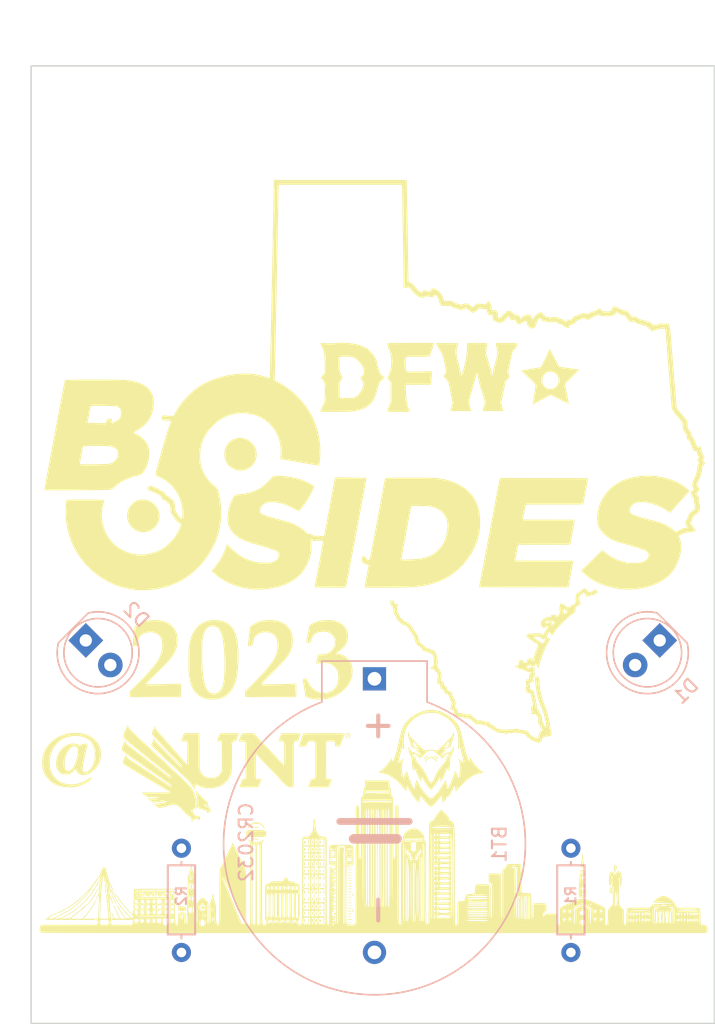
<source format=kicad_pcb>
(kicad_pcb (version 20211014) (generator pcbnew)
  (title_block (title "BSidesDFW_2023_Badge") (date "2023-09-27") (rev "1") (company "Crafted by #alt_bier a.k.. Richard Gowen"))
  (layers (0 "F.Cu" signal) (31 "B.Cu" signal) (34 "B.Paste" user) (35 "F.Paste" user) (36 "B.SilkS" user "B.Silkscreen") (37 "F.SilkS" user "F.Silkscreen") (38 "B.Mask" user) (39 "F.Mask" user) (44 "Edge.Cuts" user))
  (net 0 "")
  (net 1 "Net-(D1-Pad1)")
  (net 2 "Net-(BT1-Pad2)")
  (net 3 "Net-(D2-Pad1)")
  (net 4 "Net-(BT1-Pad1)")
  (footprint "0_local:0_BsidesDFW_bot_fsilk_1" (layer "F.Cu") (at 115 105)
    (fp_text reference "G***")
    (fp_text value "LOGO" hide)
  )
  (footprint "0_local:0_BsidesDFW_top_fsilk_1" (layer "F.Cu") (at 115 105)
    (fp_text reference "G***")
    (fp_text value "LOGO" hide)
  )
  (footprint "0_local:BatteryHolder_CR2032-BS-2-1_Front_backsilk" (layer "F.Cu") (at 115.127 137.8058 180)
    (fp_text reference "BT1" (at -9.144 10.922 90) (layer "B.SilkS") (effects (justify mirror)))
    (fp_text value "Battery_CR2032")
    (fp_text user "-" (at -0.127 6.096 90) (layer "B.SilkS") (effects (font (size 2 2) (thickness 0.3)) (justify mirror)))
    (fp_text user "+" (at -0.127 19.558 90) (layer "B.SilkS") (effects (font (size 2 2) (thickness 0.3)) (justify mirror)))
    (fp_text user "CR2032" (at 9.398 11.049 90) (layer "B.SilkS") (effects (justify mirror)))
    (pad "1" thru_hole rect locked (at 0 23 180) (size 1.7 1.7) (drill 1) (layers *.Cu *.Mask) (net 4 "Net-(BT1-Pad1)"))
    (pad "2" thru_hole circle locked (at 0 3 180) (size 1.7 1.7) (drill 1) (layers *.Cu *.Mask) (net 2 "Net-(BT1-Pad2)"))
  )
  (footprint "0_local:LED_D5.0mm-2_backsilk" (layer "F.Cu") (at 94 112 -45)
    (fp_text reference "D2" (at 1.27 -3.96 -45) (layer "B.SilkS") (effects (justify mirror)))
    (fp_text value "LED_THT_5mm")
    (pad "1" thru_hole rect locked (at 0 0 315) (size 1.8 1.8) (drill 0.9) (layers *.Cu *.Mask) (net 3 "Net-(D2-Pad1)"))
    (pad "2" thru_hole circle locked (at 2.54 0 315) (size 1.8 1.8) (drill 0.9) (layers *.Cu *.Mask) (net 4 "Net-(BT1-Pad1)"))
  )
  (footprint "0_local:R_Axial_DIN0207_L6.3mm_D2.5mm_P7.62mm_Horizontal_backsilk" (layer "F.Cu") (at 129.5 127.19 -90)
    (fp_text reference "R1" (at 3.49 0.01 90) (layer "B.SilkS") (effects (font (size 0.75 0.75)) (justify mirror)))
    (fp_text value "R_Axial_L6.3")
    (pad "1" thru_hole circle locked (at 0 0 270) (size 1.4 1.4) (drill 0.7) (layers *.Cu *.Mask) (net 1 "Net-(D1-Pad1)"))
    (pad "2" thru_hole circle locked (at 7.62 0 270) (size 1.4 1.4) (drill 0.7) (layers *.Cu *.Mask) (net 2 "Net-(BT1-Pad2)"))
  )
  (footprint "0_local:R_Axial_DIN0207_L6.3mm_D2.5mm_P7.62mm_Horizontal_backsilk" (layer "F.Cu") (at 101 127.19 -90)
    (fp_text reference "R2" (at 3.49 0.01 90) (layer "B.SilkS") (effects (font (size 0.75 0.75)) (justify mirror)))
    (fp_text value "R_Axial_L6.3")
    (pad "1" thru_hole circle locked (at 0 0 270) (size 1.4 1.4) (drill 0.7) (layers *.Cu *.Mask) (net 3 "Net-(D2-Pad1)"))
    (pad "2" thru_hole circle locked (at 7.62 0 270) (size 1.4 1.4) (drill 0.7) (layers *.Cu *.Mask) (net 2 "Net-(BT1-Pad2)"))
  )
  (footprint "0_local:0_BsidesDFW_fmask_1" (layer "F.Cu") (at 115 105)
    (fp_text reference "G***")
    (fp_text value "LOGO" hide)
  )
  (footprint "0_local:LED_D5.0mm-2_backsilk" (layer "F.Cu") (at 136 112 -135)
    (fp_text reference "D1" (at 1.27 -3.96 -135) (layer "B.SilkS") (effects (justify mirror)))
    (fp_text value "LED_THT_5mm")
    (pad "1" thru_hole rect locked (at 0 0 225) (size 1.8 1.8) (drill 0.9) (layers *.Cu *.Mask) (net 1 "Net-(D1-Pad1)"))
    (pad "2" thru_hole circle locked (at 2.54 0 225) (size 1.8 1.8) (drill 0.9) (layers *.Cu *.Mask) (net 4 "Net-(BT1-Pad1)"))
  )
  (gr_line (start 90 70) (end 90 140) (layer "Edge.Cuts") (width 0.1))
  (gr_line (start 90 140) (end 140 140) (layer "Edge.Cuts") (width 0.1))
  (gr_line (start 140 70) (end 90 70) (layer "Edge.Cuts") (width 0.1))
  (gr_line (start 140 140) (end 140 70) (layer "Edge.Cuts") (width 0.1))
)
</source>
